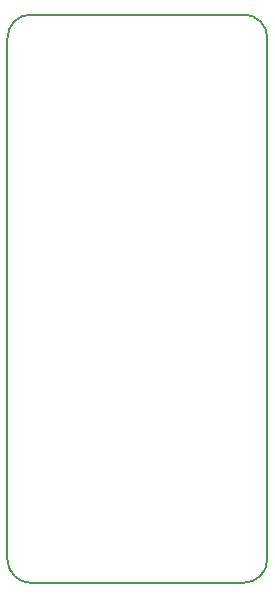
<source format=gbr>
G04 #@! TF.GenerationSoftware,KiCad,Pcbnew,5.1.10-1.fc33*
G04 #@! TF.CreationDate,2021-06-17T00:22:52+02:00*
G04 #@! TF.ProjectId,CH552-USB-Devboard-PCBA,43483535-322d-4555-9342-2d446576626f,rev?*
G04 #@! TF.SameCoordinates,Original*
G04 #@! TF.FileFunction,Profile,NP*
%FSLAX46Y46*%
G04 Gerber Fmt 4.6, Leading zero omitted, Abs format (unit mm)*
G04 Created by KiCad (PCBNEW 5.1.10-1.fc33) date 2021-06-17 00:22:52*
%MOMM*%
%LPD*%
G01*
G04 APERTURE LIST*
G04 #@! TA.AperFunction,Profile*
%ADD10C,0.150000*%
G04 #@! TD*
G04 APERTURE END LIST*
D10*
X74000000Y-63000000D02*
G75*
G02*
X76000000Y-61000000I2000000J0D01*
G01*
X76000000Y-109120000D02*
G75*
G02*
X74000000Y-107120000I0J2000000D01*
G01*
X96000000Y-107120000D02*
G75*
G02*
X94000000Y-109120000I-2000000J0D01*
G01*
X94000000Y-61000000D02*
G75*
G02*
X96000000Y-63000000I0J-2000000D01*
G01*
X94000000Y-109120000D02*
X76000000Y-109120000D01*
X96000000Y-63000000D02*
X96000000Y-107120000D01*
X76000000Y-61000000D02*
X94000000Y-61000000D01*
X74000000Y-107120000D02*
X74000000Y-63000000D01*
M02*

</source>
